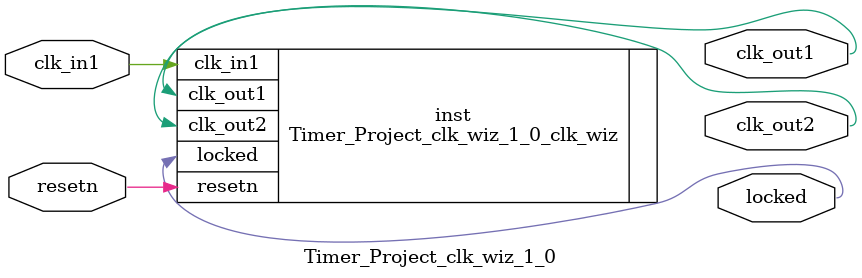
<source format=v>


`timescale 1ps/1ps

(* CORE_GENERATION_INFO = "Timer_Project_clk_wiz_1_0,clk_wiz_v6_0_3_0_0,{component_name=Timer_Project_clk_wiz_1_0,use_phase_alignment=true,use_min_o_jitter=false,use_max_i_jitter=false,use_dyn_phase_shift=false,use_inclk_switchover=false,use_dyn_reconfig=false,enable_axi=0,feedback_source=FDBK_AUTO,PRIMITIVE=MMCM,num_out_clk=2,clkin1_period=83.333,clkin2_period=10.0,use_power_down=false,use_reset=true,use_locked=true,use_inclk_stopped=false,feedback_type=SINGLE,CLOCK_MGR_TYPE=NA,manual_override=false}" *)

module Timer_Project_clk_wiz_1_0 
 (
  // Clock out ports
  output        clk_out1,
  output        clk_out2,
  // Status and control signals
  input         resetn,
  output        locked,
 // Clock in ports
  input         clk_in1
 );

  Timer_Project_clk_wiz_1_0_clk_wiz inst
  (
  // Clock out ports  
  .clk_out1(clk_out1),
  .clk_out2(clk_out2),
  // Status and control signals               
  .resetn(resetn), 
  .locked(locked),
 // Clock in ports
  .clk_in1(clk_in1)
  );

endmodule

</source>
